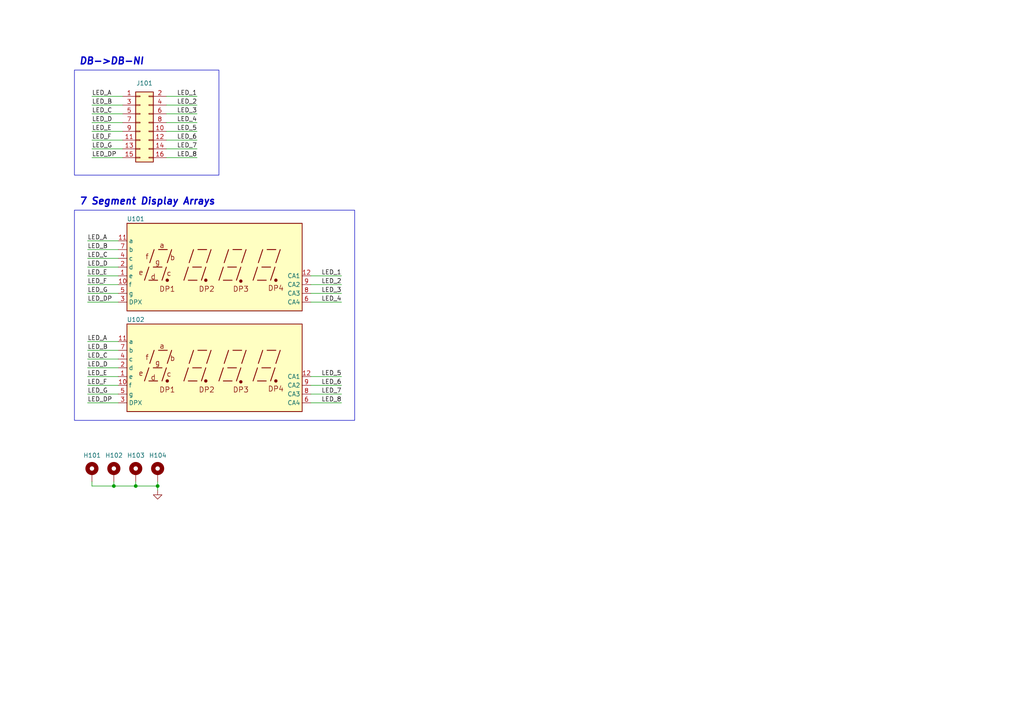
<source format=kicad_sch>
(kicad_sch (version 20230121) (generator eeschema)
  (paper "A4")
  (title_block (title "Dashboard Number Indicators") (date "2024-01-17") (rev "1") (company "Scott CJX"))
  (lib_symbols
    (symbol "Connector_Generic:Conn_02x08_Odd_Even" (pin_names (offset 1.016) hide)
      (property "Reference" "J" (at 1.27 10.16 0))
      (property "Value" "Conn_02x08_Odd_Even" (at 1.27 -12.7 0))
      (symbol "Conn_02x08_Odd_Even_1_1"
        (rectangle (start -1.27 -10.033) (end 0 -10.287) (stroke (width 0.1524)))
        (rectangle (start -1.27 -7.493) (end 0 -7.747) (stroke (width 0.1524)))
        (rectangle (start -1.27 -4.953) (end 0 -5.207) (stroke (width 0.1524)))
        (rectangle (start -1.27 -2.413) (end 0 -2.667) (stroke (width 0.1524)))
        (rectangle (start -1.27 0.127) (end 0 -0.127) (stroke (width 0.1524)))
        (rectangle (start -1.27 2.667) (end 0 2.413) (stroke (width 0.1524)))
        (rectangle (start -1.27 5.207) (end 0 4.953) (stroke (width 0.1524)))
        (rectangle (start -1.27 7.747) (end 0 7.493) (stroke (width 0.1524)))
        (rectangle (start -1.27 8.89) (end 3.81 -11.43) (stroke (width 0.254)) (fill (type background)))
        (rectangle (start 3.81 -10.033) (end 2.54 -10.287) (stroke (width 0.1524)))
        (rectangle (start 3.81 -7.493) (end 2.54 -7.747) (stroke (width 0.1524)))
        (rectangle (start 3.81 -4.953) (end 2.54 -5.207) (stroke (width 0.1524)))
        (rectangle (start 3.81 -2.413) (end 2.54 -2.667) (stroke (width 0.1524)))
        (rectangle (start 3.81 0.127) (end 2.54 -0.127) (stroke (width 0.1524)))
        (rectangle (start 3.81 2.667) (end 2.54 2.413) (stroke (width 0.1524)))
        (rectangle (start 3.81 5.207) (end 2.54 4.953) (stroke (width 0.1524)))
        (rectangle (start 3.81 7.747) (end 2.54 7.493) (stroke (width 0.1524)))
        (pin passive line (at -5.08 7.62 0) (length 3.81) (name "Pin_1") (number "1"))
        (pin passive line (at 7.62 -2.54 180) (length 3.81) (name "Pin_10") (number "10"))
        (pin passive line (at -5.08 -5.08 0) (length 3.81) (name "Pin_11") (number "11"))
        (pin passive line (at 7.62 -5.08 180) (length 3.81) (name "Pin_12") (number "12"))
        (pin passive line (at -5.08 -7.62 0) (length 3.81) (name "Pin_13") (number "13"))
        (pin passive line (at 7.62 -7.62 180) (length 3.81) (name "Pin_14") (number "14"))
        (pin passive line (at -5.08 -10.16 0) (length 3.81) (name "Pin_15") (number "15"))
        (pin passive line (at 7.62 -10.16 180) (length 3.81) (name "Pin_16") (number "16"))
        (pin passive line (at 7.62 7.62 180) (length 3.81) (name "Pin_2") (number "2"))
        (pin passive line (at -5.08 5.08 0) (length 3.81) (name "Pin_3") (number "3"))
        (pin passive line (at 7.62 5.08 180) (length 3.81) (name "Pin_4") (number "4"))
        (pin passive line (at -5.08 2.54 0) (length 3.81) (name "Pin_5") (number "5"))
        (pin passive line (at 7.62 2.54 180) (length 3.81) (name "Pin_6") (number "6"))
        (pin passive line (at -5.08 0 0) (length 3.81) (name "Pin_7") (number "7"))
        (pin passive line (at 7.62 0 180) (length 3.81) (name "Pin_8") (number "8"))
        (pin passive line (at -5.08 -2.54 0) (length 3.81) (name "Pin_9") (number "9"))
      )
    )
    (symbol "Display_Character:CA56-12EWA"
      (property "Reference" "U" (at -24.13 13.97 0))
      (property "Value" "CA56-12EWA" (at 19.05 13.97 0))
      (symbol "CA56-12EWA_0_0"
        (rectangle (start -25.4 12.7) (end 25.4 -12.7) (stroke (width 0.254)) (fill (type background)))
        (polyline (pts (xy -20.32 -3.81) (xy -19.05 0)) (stroke (width 0.254)))
        (polyline (pts (xy -19.05 -3.81) (xy -16.51 -3.81)) (stroke (width 0.254)))
        (polyline (pts (xy -18.796 1.27) (xy -17.526 5.08)) (stroke (width 0.254)))
        (polyline (pts (xy -17.78 0) (xy -15.24 0)) (stroke (width 0.254)))
        (polyline (pts (xy -16.256 5.08) (xy -13.716 5.08)) (stroke (width 0.254)))
        (polyline (pts (xy -15.24 -3.81) (xy -13.97 0)) (stroke (width 0.254)))
        (polyline (pts (xy -13.716 1.27) (xy -12.446 5.08)) (stroke (width 0.254)))
        (polyline (pts (xy -8.89 -3.81) (xy -7.62 0)) (stroke (width 0.254)))
        (polyline (pts (xy -7.62 -3.81) (xy -5.08 -3.81)) (stroke (width 0.254)))
        (polyline (pts (xy -7.366 1.27) (xy -6.096 5.08)) (stroke (width 0.254)))
        (polyline (pts (xy -6.35 0) (xy -3.81 0)) (stroke (width 0.254)))
        (polyline (pts (xy -4.826 5.08) (xy -2.286 5.08)) (stroke (width 0.254)))
        (polyline (pts (xy -3.81 -3.81) (xy -2.54 0)) (stroke (width 0.254)))
        (polyline (pts (xy -2.286 1.27) (xy -1.016 5.08)) (stroke (width 0.254)))
        (polyline (pts (xy 1.27 -3.81) (xy 2.54 0)) (stroke (width 0.254)))
        (polyline (pts (xy 2.54 -3.81) (xy 5.08 -3.81)) (stroke (width 0.254)))
        (polyline (pts (xy 2.794 1.27) (xy 4.064 5.08)) (stroke (width 0.254)))
        (polyline (pts (xy 3.81 0) (xy 6.35 0)) (stroke (width 0.254)))
        (polyline (pts (xy 5.334 5.08) (xy 7.874 5.08)) (stroke (width 0.254)))
        (polyline (pts (xy 6.35 -3.81) (xy 7.62 0)) (stroke (width 0.254)))
        (polyline (pts (xy 7.874 1.27) (xy 9.144 5.08)) (stroke (width 0.254)))
        (polyline (pts (xy 11.176 -3.81) (xy 12.446 0)) (stroke (width 0.254)))
        (polyline (pts (xy 12.446 -3.81) (xy 14.986 -3.81)) (stroke (width 0.254)))
        (polyline (pts (xy 12.7 1.27) (xy 13.97 5.08)) (stroke (width 0.254)))
        (polyline (pts (xy 13.716 0) (xy 16.256 0)) (stroke (width 0.254)))
        (polyline (pts (xy 15.24 5.08) (xy 17.78 5.08)) (stroke (width 0.254)))
        (polyline (pts (xy 16.256 -3.81) (xy 17.526 0)) (stroke (width 0.254)))
        (polyline (pts (xy 17.78 1.27) (xy 19.05 5.08)) (stroke (width 0.254)))
        (text "a" (at -15.24 6.35 0) (effects (font (size 1.524 1.524))))
        (text "b" (at -12.192 2.794 0) (effects (font (size 1.524 1.524))))
        (text "c" (at -13.208 -1.778 0) (effects (font (size 1.524 1.524))))
        (text "d" (at -17.78 -2.794 0) (effects (font (size 1.524 1.524))))
        (text "DP1" (at -13.716 -6.35 0) (effects (font (size 1.524 1.524))))
        (text "DP2" (at -2.286 -6.35 0) (effects (font (size 1.524 1.524))))
        (text "DP3" (at 7.62 -6.35 0) (effects (font (size 1.524 1.524))))
        (text "DP4" (at 17.78 -6.096 0) (effects (font (size 1.524 1.524))))
        (text "e" (at -21.336 -1.524 0) (effects (font (size 1.524 1.524))))
        (text "f" (at -19.558 3.048 0) (effects (font (size 1.524 1.524))))
        (text "g" (at -16.51 1.524 0) (effects (font (size 1.524 1.524))))
      )
      (symbol "CA56-12EWA_0_1"
        (circle (center -13.716 -3.81) (radius 0.3556) (stroke (width 0.254)) (fill (type outline)))
        (circle (center -2.54 -3.81) (radius 0.3556) (stroke (width 0.254)) (fill (type outline)))
      )
      (symbol "CA56-12EWA_1_0"
        (circle (center 7.62 -4.064) (radius 0.3556) (stroke (width 0.254)) (fill (type outline)))
        (circle (center 17.78 -3.81) (radius 0.3556) (stroke (width 0.254)) (fill (type outline)))
      )
      (symbol "CA56-12EWA_1_1"
        (pin input line (at -27.94 -2.54 0) (length 2.54) (name "e") (number "1"))
        (pin input line (at -27.94 -5.08 0) (length 2.54) (name "f") (number "10"))
        (pin input line (at -27.94 7.62 0) (length 2.54) (name "a") (number "11"))
        (pin input line (at 27.94 -2.54 180) (length 2.54) (name "CA1") (number "12"))
        (pin input line (at -27.94 0 0) (length 2.54) (name "d") (number "2"))
        (pin input line (at -27.94 -10.16 0) (length 2.54) (name "DPX") (number "3"))
        (pin input line (at -27.94 2.54 0) (length 2.54) (name "c") (number "4"))
        (pin input line (at -27.94 -7.62 0) (length 2.54) (name "g") (number "5"))
        (pin input line (at 27.94 -10.16 180) (length 2.54) (name "CA4") (number "6"))
        (pin input line (at -27.94 5.08 0) (length 2.54) (name "b") (number "7"))
        (pin input line (at 27.94 -7.62 180) (length 2.54) (name "CA3") (number "8"))
        (pin input line (at 27.94 -5.08 180) (length 2.54) (name "CA2") (number "9"))
      )
    )
    (symbol "Mechanical:MountingHole_Pad" (pin_numbers hide) (pin_names (offset 1.016) hide)
      (property "Reference" "H" (at 0 6.35 0))
      (property "Value" "MountingHole_Pad" (at 0 4.445 0))
      (symbol "MountingHole_Pad_0_1"
        (circle (center 0 1.27) (radius 1.27) (stroke (width 1.27)))
      )
      (symbol "MountingHole_Pad_1_1"
        (pin input line (at 0 -2.54 90) (length 2.54) (name "1") (number "1"))
      )
    )
    (symbol "power:GND" (power) (pin_names (offset 0))
      (property "Value" "GND" (at 0 -3.81 0))
      (symbol "GND_0_1"
        (polyline (pts (xy 0 0) (xy 0 -1.27) (xy 1.27 -1.27) (xy 0 -2.54) (xy -1.27 -1.27) (xy 0 -1.27)))
      )
      (symbol "GND_1_1"
        (pin power_in line (at 0 0 270) (length 0) hide (name "GND") (number "1"))
      )
    )
  )
  (junction (at 45.72 140.97))
  (junction (at 39.37 140.97))
  (junction (at 33.02 140.97))
  (wire (pts (xy 25.4 82.55) (xy 34.29 82.55)))
  (wire (pts (xy 26.67 35.56) (xy 35.56 35.56)))
  (wire (pts (xy 99.06 85.09) (xy 90.17 85.09)))
  (wire (pts (xy 25.4 77.47) (xy 34.29 77.47)))
  (wire (pts (xy 26.67 140.97) (xy 26.67 139.7)))
  (wire (pts (xy 25.4 99.06) (xy 34.29 99.06)))
  (wire (pts (xy 25.4 116.84) (xy 34.29 116.84)))
  (wire (pts (xy 25.4 106.68) (xy 34.29 106.68)))
  (wire (pts (xy 25.4 74.93) (xy 34.29 74.93)))
  (wire (pts (xy 57.15 35.56) (xy 48.26 35.56)))
  (wire (pts (xy 25.4 111.76) (xy 34.29 111.76)))
  (wire (pts (xy 99.06 109.22) (xy 90.17 109.22)))
  (wire (pts (xy 25.4 87.63) (xy 34.29 87.63)))
  (wire (pts (xy 57.15 40.64) (xy 48.26 40.64)))
  (wire (pts (xy 45.72 140.97) (xy 45.72 142.24)))
  (wire (pts (xy 57.15 30.48) (xy 48.26 30.48)))
  (wire (pts (xy 26.67 43.18) (xy 35.56 43.18)))
  (wire (pts (xy 99.06 82.55) (xy 90.17 82.55)))
  (wire (pts (xy 26.67 30.48) (xy 35.56 30.48)))
  (wire (pts (xy 57.15 27.94) (xy 48.26 27.94)))
  (wire (pts (xy 26.67 140.97) (xy 33.02 140.97)))
  (wire (pts (xy 26.67 33.02) (xy 35.56 33.02)))
  (wire (pts (xy 26.67 45.72) (xy 35.56 45.72)))
  (wire (pts (xy 25.4 80.01) (xy 34.29 80.01)))
  (wire (pts (xy 26.67 27.94) (xy 35.56 27.94)))
  (wire (pts (xy 25.4 101.6) (xy 34.29 101.6)))
  (wire (pts (xy 99.06 80.01) (xy 90.17 80.01)))
  (wire (pts (xy 25.4 104.14) (xy 34.29 104.14)))
  (wire (pts (xy 25.4 114.3) (xy 34.29 114.3)))
  (wire (pts (xy 33.02 140.97) (xy 39.37 140.97)))
  (wire (pts (xy 39.37 140.97) (xy 45.72 140.97)))
  (wire (pts (xy 45.72 140.97) (xy 45.72 139.7)))
  (wire (pts (xy 25.4 85.09) (xy 34.29 85.09)))
  (wire (pts (xy 99.06 87.63) (xy 90.17 87.63)))
  (wire (pts (xy 57.15 38.1) (xy 48.26 38.1)))
  (wire (pts (xy 39.37 140.97) (xy 39.37 139.7)))
  (wire (pts (xy 57.15 33.02) (xy 48.26 33.02)))
  (wire (pts (xy 25.4 109.22) (xy 34.29 109.22)))
  (wire (pts (xy 26.67 38.1) (xy 35.56 38.1)))
  (wire (pts (xy 57.15 45.72) (xy 48.26 45.72)))
  (wire (pts (xy 99.06 114.3) (xy 90.17 114.3)))
  (wire (pts (xy 99.06 116.84) (xy 90.17 116.84)))
  (wire (pts (xy 26.67 40.64) (xy 35.56 40.64)))
  (wire (pts (xy 99.06 111.76) (xy 90.17 111.76)))
  (wire (pts (xy 25.4 69.85) (xy 34.29 69.85)))
  (wire (pts (xy 25.4 72.39) (xy 34.29 72.39)))
  (wire (pts (xy 57.15 43.18) (xy 48.26 43.18)))
  (wire (pts (xy 33.02 140.97) (xy 33.02 139.7)))
  (rectangle (start 21.59 60.96) (end 102.87 121.92))
  (rectangle (start 21.59 20.32) (end 63.5 50.8))
  (text "DB->DB-NI" (at 22.86 19.05 0) (effects (font (size 2 2) (thickness 0.4) bold italic) (justify left bottom)))
  (text "7 Segment Display Arrays" (at 22.86 59.69 0) (effects (font (size 2 2) (thickness 0.4) bold italic) (justify left bottom)))
  (label "LED_B" (at 25.4 72.39 0))
  (label "LED_E" (at 26.67 38.1 0))
  (label "LED_C" (at 25.4 104.14 0))
  (label "LED_3" (at 99.06 85.09 180))
  (label "LED_A" (at 25.4 69.85 0))
  (label "LED_1" (at 99.06 80.01 180))
  (label "LED_F" (at 25.4 111.76 0))
  (label "LED_2" (at 57.15 30.48 180))
  (label "LED_8" (at 57.15 45.72 180))
  (label "LED_8" (at 99.06 116.84 180))
  (label "LED_G" (at 25.4 85.09 0))
  (label "LED_B" (at 25.4 101.6 0))
  (label "LED_DP" (at 26.67 45.72 0))
  (label "LED_1" (at 57.15 27.94 180))
  (label "LED_E" (at 25.4 109.22 0))
  (label "LED_A" (at 26.67 27.94 0))
  (label "LED_4" (at 57.15 35.56 180))
  (label "LED_6" (at 99.06 111.76 180))
  (label "LED_3" (at 57.15 33.02 180))
  (label "LED_6" (at 57.15 40.64 180))
  (label "LED_F" (at 25.4 82.55 0))
  (label "LED_4" (at 99.06 87.63 180))
  (label "LED_7" (at 57.15 43.18 180))
  (label "LED_G" (at 26.67 43.18 0))
  (label "LED_B" (at 26.67 30.48 0))
  (label "LED_G" (at 25.4 114.3 0))
  (label "LED_C" (at 25.4 74.93 0))
  (label "LED_5" (at 57.15 38.1 180))
  (label "LED_F" (at 26.67 40.64 0))
  (label "LED_D" (at 25.4 77.47 0))
  (label "LED_D" (at 25.4 106.68 0))
  (label "LED_C" (at 26.67 33.02 0))
  (label "LED_D" (at 26.67 35.56 0))
  (label "LED_2" (at 99.06 82.55 180))
  (label "LED_5" (at 99.06 109.22 180))
  (label "LED_A" (at 25.4 99.06 0))
  (label "LED_DP" (at 25.4 116.84 0))
  (label "LED_7" (at 99.06 114.3 180))
  (label "LED_E" (at 25.4 80.01 0))
  (label "LED_DP" (at 25.4 87.63 0))
  (symbol (lib_id "power:GND") (at 45.72 142.24 0) (unit 1)
    (property "Reference" "#PWR0101" (effects hide))
    (property "Value" "GND" (effects hide))
  )
  (symbol (lib_id "Mechanical:MountingHole_Pad") (at 33.02 137.16 0) (unit 1)
    (property "Reference" "H102" (at 30.48 132.08 0) (effects (justify left)))
    (property "Value" "MountingHole_Pad" (effects hide))
    (property "Footprint" "MountingHole:MountingHole_3.2mm_M3_DIN965_Pad_TopBottom" (effects hide))
  )
  (symbol (lib_id "Mechanical:MountingHole_Pad") (at 39.37 137.16 0) (unit 1)
    (property "Reference" "H103" (at 36.83 132.08 0) (effects (justify left)))
    (property "Value" "MountingHole_Pad" (effects hide))
    (property "Footprint" "MountingHole:MountingHole_3.2mm_M3_DIN965_Pad_TopBottom" (effects hide))
  )
  (symbol (lib_id "Mechanical:MountingHole_Pad") (at 26.67 137.16 0) (unit 1)
    (property "Reference" "H101" (at 24.13 132.08 0) (effects (justify left)))
    (property "Value" "MountingHole_Pad" (effects hide))
    (property "Footprint" "MountingHole:MountingHole_3.2mm_M3_DIN965_Pad_TopBottom" (effects hide))
  )
  (symbol (lib_id "Mechanical:MountingHole_Pad") (at 45.72 137.16 0) (unit 1)
    (property "Reference" "H104" (at 43.18 132.08 0) (effects (justify left)))
    (property "Value" "MountingHole_Pad" (effects hide))
    (property "Footprint" "MountingHole:MountingHole_3.2mm_M3_DIN965_Pad_TopBottom" (effects hide))
  )
  (symbol (lib_id "Display_Character:CA56-12EWA") (at 62.23 77.47 0) (unit 1)
    (property "Reference" "U101" (at 39.37 63.5 0))
    (property "Value" "CA56-12EWA" (effects hide))
    (property "Footprint" "Display_7Segment:CA56-12EWA" (effects hide))
    (property "Datasheet" "http://www.kingbrightusa.com/images/catalog/SPEC/CA56-12EWA.pdf" (effects hide))
  )
  (symbol (lib_id "Connector_Generic:Conn_02x08_Odd_Even") (at 40.64 35.56 0) (unit 1)
    (property "Reference" "J101" (at 41.91 24.13 0))
    (property "Value" "Conn_02x08_Odd_Even" (effects hide))
    (property "Footprint" "Connector_JST:JST_PHD_B16B-PHDSS_2x08_P2.00mm_Vertical" (effects hide))
  )
  (symbol (lib_id "Display_Character:CA56-12EWA") (at 62.23 106.68 0) (unit 1)
    (property "Reference" "U102" (at 39.37 92.71 0))
    (property "Value" "CA56-12EWA" (effects hide))
    (property "Footprint" "Display_7Segment:CA56-12EWA" (effects hide))
    (property "Datasheet" "http://www.kingbrightusa.com/images/catalog/SPEC/CA56-12EWA.pdf" (effects hide))
  )
)
</source>
